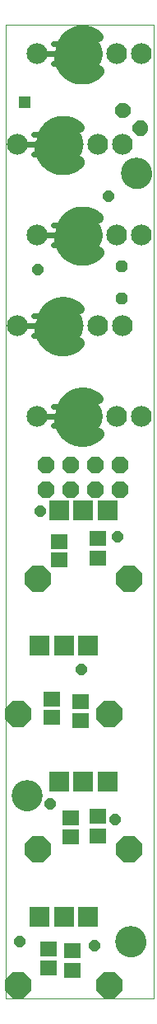
<source format=gbs>
G75*
%MOIN*%
%OFA0B0*%
%FSLAX25Y25*%
%IPPOS*%
%LPD*%
%AMOC8*
5,1,8,0,0,1.08239X$1,22.5*
%
%ADD10C,0.00000*%
%ADD11C,0.12611*%
%ADD12C,0.01200*%
%ADD13R,0.08200X0.08200*%
%ADD14OC8,0.10800*%
%ADD15R,0.06706X0.05918*%
%ADD16C,0.08400*%
%ADD17C,0.02400*%
%ADD18C,0.15761*%
%ADD19C,0.05000*%
%ADD20C,0.04000*%
%ADD21OC8,0.06800*%
%ADD22R,0.07099X0.05918*%
%ADD23R,0.04762X0.04762*%
%ADD24OC8,0.04762*%
%ADD25OC8,0.04369*%
D10*
X0009674Y0017431D02*
X0009674Y0411132D01*
X0069674Y0411132D01*
X0069674Y0017431D01*
X0009674Y0017431D01*
X0012429Y0099321D02*
X0012431Y0099474D01*
X0012437Y0099628D01*
X0012447Y0099781D01*
X0012461Y0099933D01*
X0012479Y0100086D01*
X0012501Y0100237D01*
X0012526Y0100388D01*
X0012556Y0100539D01*
X0012590Y0100689D01*
X0012627Y0100837D01*
X0012668Y0100985D01*
X0012713Y0101131D01*
X0012762Y0101277D01*
X0012815Y0101421D01*
X0012871Y0101563D01*
X0012931Y0101704D01*
X0012995Y0101844D01*
X0013062Y0101982D01*
X0013133Y0102118D01*
X0013208Y0102252D01*
X0013285Y0102384D01*
X0013367Y0102514D01*
X0013451Y0102642D01*
X0013539Y0102768D01*
X0013630Y0102891D01*
X0013724Y0103012D01*
X0013822Y0103130D01*
X0013922Y0103246D01*
X0014026Y0103359D01*
X0014132Y0103470D01*
X0014241Y0103578D01*
X0014353Y0103683D01*
X0014467Y0103784D01*
X0014585Y0103883D01*
X0014704Y0103979D01*
X0014826Y0104072D01*
X0014951Y0104161D01*
X0015078Y0104248D01*
X0015207Y0104330D01*
X0015338Y0104410D01*
X0015471Y0104486D01*
X0015606Y0104559D01*
X0015743Y0104628D01*
X0015882Y0104693D01*
X0016022Y0104755D01*
X0016164Y0104813D01*
X0016307Y0104868D01*
X0016452Y0104919D01*
X0016598Y0104966D01*
X0016745Y0105009D01*
X0016893Y0105048D01*
X0017042Y0105084D01*
X0017192Y0105115D01*
X0017343Y0105143D01*
X0017494Y0105167D01*
X0017647Y0105187D01*
X0017799Y0105203D01*
X0017952Y0105215D01*
X0018105Y0105223D01*
X0018258Y0105227D01*
X0018412Y0105227D01*
X0018565Y0105223D01*
X0018718Y0105215D01*
X0018871Y0105203D01*
X0019023Y0105187D01*
X0019176Y0105167D01*
X0019327Y0105143D01*
X0019478Y0105115D01*
X0019628Y0105084D01*
X0019777Y0105048D01*
X0019925Y0105009D01*
X0020072Y0104966D01*
X0020218Y0104919D01*
X0020363Y0104868D01*
X0020506Y0104813D01*
X0020648Y0104755D01*
X0020788Y0104693D01*
X0020927Y0104628D01*
X0021064Y0104559D01*
X0021199Y0104486D01*
X0021332Y0104410D01*
X0021463Y0104330D01*
X0021592Y0104248D01*
X0021719Y0104161D01*
X0021844Y0104072D01*
X0021966Y0103979D01*
X0022085Y0103883D01*
X0022203Y0103784D01*
X0022317Y0103683D01*
X0022429Y0103578D01*
X0022538Y0103470D01*
X0022644Y0103359D01*
X0022748Y0103246D01*
X0022848Y0103130D01*
X0022946Y0103012D01*
X0023040Y0102891D01*
X0023131Y0102768D01*
X0023219Y0102642D01*
X0023303Y0102514D01*
X0023385Y0102384D01*
X0023462Y0102252D01*
X0023537Y0102118D01*
X0023608Y0101982D01*
X0023675Y0101844D01*
X0023739Y0101704D01*
X0023799Y0101563D01*
X0023855Y0101421D01*
X0023908Y0101277D01*
X0023957Y0101131D01*
X0024002Y0100985D01*
X0024043Y0100837D01*
X0024080Y0100689D01*
X0024114Y0100539D01*
X0024144Y0100388D01*
X0024169Y0100237D01*
X0024191Y0100086D01*
X0024209Y0099933D01*
X0024223Y0099781D01*
X0024233Y0099628D01*
X0024239Y0099474D01*
X0024241Y0099321D01*
X0024239Y0099168D01*
X0024233Y0099014D01*
X0024223Y0098861D01*
X0024209Y0098709D01*
X0024191Y0098556D01*
X0024169Y0098405D01*
X0024144Y0098254D01*
X0024114Y0098103D01*
X0024080Y0097953D01*
X0024043Y0097805D01*
X0024002Y0097657D01*
X0023957Y0097511D01*
X0023908Y0097365D01*
X0023855Y0097221D01*
X0023799Y0097079D01*
X0023739Y0096938D01*
X0023675Y0096798D01*
X0023608Y0096660D01*
X0023537Y0096524D01*
X0023462Y0096390D01*
X0023385Y0096258D01*
X0023303Y0096128D01*
X0023219Y0096000D01*
X0023131Y0095874D01*
X0023040Y0095751D01*
X0022946Y0095630D01*
X0022848Y0095512D01*
X0022748Y0095396D01*
X0022644Y0095283D01*
X0022538Y0095172D01*
X0022429Y0095064D01*
X0022317Y0094959D01*
X0022203Y0094858D01*
X0022085Y0094759D01*
X0021966Y0094663D01*
X0021844Y0094570D01*
X0021719Y0094481D01*
X0021592Y0094394D01*
X0021463Y0094312D01*
X0021332Y0094232D01*
X0021199Y0094156D01*
X0021064Y0094083D01*
X0020927Y0094014D01*
X0020788Y0093949D01*
X0020648Y0093887D01*
X0020506Y0093829D01*
X0020363Y0093774D01*
X0020218Y0093723D01*
X0020072Y0093676D01*
X0019925Y0093633D01*
X0019777Y0093594D01*
X0019628Y0093558D01*
X0019478Y0093527D01*
X0019327Y0093499D01*
X0019176Y0093475D01*
X0019023Y0093455D01*
X0018871Y0093439D01*
X0018718Y0093427D01*
X0018565Y0093419D01*
X0018412Y0093415D01*
X0018258Y0093415D01*
X0018105Y0093419D01*
X0017952Y0093427D01*
X0017799Y0093439D01*
X0017647Y0093455D01*
X0017494Y0093475D01*
X0017343Y0093499D01*
X0017192Y0093527D01*
X0017042Y0093558D01*
X0016893Y0093594D01*
X0016745Y0093633D01*
X0016598Y0093676D01*
X0016452Y0093723D01*
X0016307Y0093774D01*
X0016164Y0093829D01*
X0016022Y0093887D01*
X0015882Y0093949D01*
X0015743Y0094014D01*
X0015606Y0094083D01*
X0015471Y0094156D01*
X0015338Y0094232D01*
X0015207Y0094312D01*
X0015078Y0094394D01*
X0014951Y0094481D01*
X0014826Y0094570D01*
X0014704Y0094663D01*
X0014585Y0094759D01*
X0014467Y0094858D01*
X0014353Y0094959D01*
X0014241Y0095064D01*
X0014132Y0095172D01*
X0014026Y0095283D01*
X0013922Y0095396D01*
X0013822Y0095512D01*
X0013724Y0095630D01*
X0013630Y0095751D01*
X0013539Y0095874D01*
X0013451Y0096000D01*
X0013367Y0096128D01*
X0013285Y0096258D01*
X0013208Y0096390D01*
X0013133Y0096524D01*
X0013062Y0096660D01*
X0012995Y0096798D01*
X0012931Y0096938D01*
X0012871Y0097079D01*
X0012815Y0097221D01*
X0012762Y0097365D01*
X0012713Y0097511D01*
X0012668Y0097657D01*
X0012627Y0097805D01*
X0012590Y0097953D01*
X0012556Y0098103D01*
X0012526Y0098254D01*
X0012501Y0098405D01*
X0012479Y0098556D01*
X0012461Y0098709D01*
X0012447Y0098861D01*
X0012437Y0099014D01*
X0012431Y0099168D01*
X0012429Y0099321D01*
X0033690Y0252864D02*
X0033692Y0253048D01*
X0033699Y0253231D01*
X0033710Y0253414D01*
X0033726Y0253597D01*
X0033746Y0253780D01*
X0033771Y0253962D01*
X0033800Y0254143D01*
X0033834Y0254323D01*
X0033872Y0254503D01*
X0033914Y0254681D01*
X0033961Y0254859D01*
X0034012Y0255035D01*
X0034068Y0255210D01*
X0034127Y0255384D01*
X0034191Y0255556D01*
X0034259Y0255726D01*
X0034332Y0255895D01*
X0034408Y0256062D01*
X0034489Y0256227D01*
X0034573Y0256390D01*
X0034662Y0256551D01*
X0034754Y0256709D01*
X0034850Y0256866D01*
X0034951Y0257020D01*
X0035054Y0257171D01*
X0035162Y0257320D01*
X0035273Y0257466D01*
X0035388Y0257609D01*
X0035506Y0257750D01*
X0035628Y0257887D01*
X0035753Y0258022D01*
X0035881Y0258153D01*
X0036012Y0258281D01*
X0036147Y0258406D01*
X0036284Y0258528D01*
X0036425Y0258646D01*
X0036568Y0258761D01*
X0036714Y0258872D01*
X0036863Y0258980D01*
X0037014Y0259083D01*
X0037168Y0259184D01*
X0037325Y0259280D01*
X0037483Y0259372D01*
X0037644Y0259461D01*
X0037807Y0259545D01*
X0037972Y0259626D01*
X0038139Y0259702D01*
X0038308Y0259775D01*
X0038478Y0259843D01*
X0038650Y0259907D01*
X0038824Y0259966D01*
X0038999Y0260022D01*
X0039175Y0260073D01*
X0039353Y0260120D01*
X0039531Y0260162D01*
X0039711Y0260200D01*
X0039891Y0260234D01*
X0040072Y0260263D01*
X0040254Y0260288D01*
X0040437Y0260308D01*
X0040620Y0260324D01*
X0040803Y0260335D01*
X0040986Y0260342D01*
X0041170Y0260344D01*
X0041354Y0260342D01*
X0041537Y0260335D01*
X0041720Y0260324D01*
X0041903Y0260308D01*
X0042086Y0260288D01*
X0042268Y0260263D01*
X0042449Y0260234D01*
X0042629Y0260200D01*
X0042809Y0260162D01*
X0042987Y0260120D01*
X0043165Y0260073D01*
X0043341Y0260022D01*
X0043516Y0259966D01*
X0043690Y0259907D01*
X0043862Y0259843D01*
X0044032Y0259775D01*
X0044201Y0259702D01*
X0044368Y0259626D01*
X0044533Y0259545D01*
X0044696Y0259461D01*
X0044857Y0259372D01*
X0045015Y0259280D01*
X0045172Y0259184D01*
X0045326Y0259083D01*
X0045477Y0258980D01*
X0045626Y0258872D01*
X0045772Y0258761D01*
X0045915Y0258646D01*
X0046056Y0258528D01*
X0046193Y0258406D01*
X0046328Y0258281D01*
X0046459Y0258153D01*
X0046587Y0258022D01*
X0046712Y0257887D01*
X0046834Y0257750D01*
X0046952Y0257609D01*
X0047067Y0257466D01*
X0047178Y0257320D01*
X0047286Y0257171D01*
X0047389Y0257020D01*
X0047490Y0256866D01*
X0047586Y0256709D01*
X0047678Y0256551D01*
X0047767Y0256390D01*
X0047851Y0256227D01*
X0047932Y0256062D01*
X0048008Y0255895D01*
X0048081Y0255726D01*
X0048149Y0255556D01*
X0048213Y0255384D01*
X0048272Y0255210D01*
X0048328Y0255035D01*
X0048379Y0254859D01*
X0048426Y0254681D01*
X0048468Y0254503D01*
X0048506Y0254323D01*
X0048540Y0254143D01*
X0048569Y0253962D01*
X0048594Y0253780D01*
X0048614Y0253597D01*
X0048630Y0253414D01*
X0048641Y0253231D01*
X0048648Y0253048D01*
X0048650Y0252864D01*
X0048648Y0252680D01*
X0048641Y0252497D01*
X0048630Y0252314D01*
X0048614Y0252131D01*
X0048594Y0251948D01*
X0048569Y0251766D01*
X0048540Y0251585D01*
X0048506Y0251405D01*
X0048468Y0251225D01*
X0048426Y0251047D01*
X0048379Y0250869D01*
X0048328Y0250693D01*
X0048272Y0250518D01*
X0048213Y0250344D01*
X0048149Y0250172D01*
X0048081Y0250002D01*
X0048008Y0249833D01*
X0047932Y0249666D01*
X0047851Y0249501D01*
X0047767Y0249338D01*
X0047678Y0249177D01*
X0047586Y0249019D01*
X0047490Y0248862D01*
X0047389Y0248708D01*
X0047286Y0248557D01*
X0047178Y0248408D01*
X0047067Y0248262D01*
X0046952Y0248119D01*
X0046834Y0247978D01*
X0046712Y0247841D01*
X0046587Y0247706D01*
X0046459Y0247575D01*
X0046328Y0247447D01*
X0046193Y0247322D01*
X0046056Y0247200D01*
X0045915Y0247082D01*
X0045772Y0246967D01*
X0045626Y0246856D01*
X0045477Y0246748D01*
X0045326Y0246645D01*
X0045172Y0246544D01*
X0045015Y0246448D01*
X0044857Y0246356D01*
X0044696Y0246267D01*
X0044533Y0246183D01*
X0044368Y0246102D01*
X0044201Y0246026D01*
X0044032Y0245953D01*
X0043862Y0245885D01*
X0043690Y0245821D01*
X0043516Y0245762D01*
X0043341Y0245706D01*
X0043165Y0245655D01*
X0042987Y0245608D01*
X0042809Y0245566D01*
X0042629Y0245528D01*
X0042449Y0245494D01*
X0042268Y0245465D01*
X0042086Y0245440D01*
X0041903Y0245420D01*
X0041720Y0245404D01*
X0041537Y0245393D01*
X0041354Y0245386D01*
X0041170Y0245384D01*
X0040986Y0245386D01*
X0040803Y0245393D01*
X0040620Y0245404D01*
X0040437Y0245420D01*
X0040254Y0245440D01*
X0040072Y0245465D01*
X0039891Y0245494D01*
X0039711Y0245528D01*
X0039531Y0245566D01*
X0039353Y0245608D01*
X0039175Y0245655D01*
X0038999Y0245706D01*
X0038824Y0245762D01*
X0038650Y0245821D01*
X0038478Y0245885D01*
X0038308Y0245953D01*
X0038139Y0246026D01*
X0037972Y0246102D01*
X0037807Y0246183D01*
X0037644Y0246267D01*
X0037483Y0246356D01*
X0037325Y0246448D01*
X0037168Y0246544D01*
X0037014Y0246645D01*
X0036863Y0246748D01*
X0036714Y0246856D01*
X0036568Y0246967D01*
X0036425Y0247082D01*
X0036284Y0247200D01*
X0036147Y0247322D01*
X0036012Y0247447D01*
X0035881Y0247575D01*
X0035753Y0247706D01*
X0035628Y0247841D01*
X0035506Y0247978D01*
X0035388Y0248119D01*
X0035273Y0248262D01*
X0035162Y0248408D01*
X0035054Y0248557D01*
X0034951Y0248708D01*
X0034850Y0248862D01*
X0034754Y0249019D01*
X0034662Y0249177D01*
X0034573Y0249338D01*
X0034489Y0249501D01*
X0034408Y0249666D01*
X0034332Y0249833D01*
X0034259Y0250002D01*
X0034191Y0250172D01*
X0034127Y0250344D01*
X0034068Y0250518D01*
X0034012Y0250693D01*
X0033961Y0250869D01*
X0033914Y0251047D01*
X0033872Y0251225D01*
X0033834Y0251405D01*
X0033800Y0251585D01*
X0033771Y0251766D01*
X0033746Y0251948D01*
X0033726Y0252131D01*
X0033710Y0252314D01*
X0033699Y0252497D01*
X0033692Y0252680D01*
X0033690Y0252864D01*
X0025816Y0289478D02*
X0025818Y0289662D01*
X0025825Y0289845D01*
X0025836Y0290028D01*
X0025852Y0290211D01*
X0025872Y0290394D01*
X0025897Y0290576D01*
X0025926Y0290757D01*
X0025960Y0290937D01*
X0025998Y0291117D01*
X0026040Y0291295D01*
X0026087Y0291473D01*
X0026138Y0291649D01*
X0026194Y0291824D01*
X0026253Y0291998D01*
X0026317Y0292170D01*
X0026385Y0292340D01*
X0026458Y0292509D01*
X0026534Y0292676D01*
X0026615Y0292841D01*
X0026699Y0293004D01*
X0026788Y0293165D01*
X0026880Y0293323D01*
X0026976Y0293480D01*
X0027077Y0293634D01*
X0027180Y0293785D01*
X0027288Y0293934D01*
X0027399Y0294080D01*
X0027514Y0294223D01*
X0027632Y0294364D01*
X0027754Y0294501D01*
X0027879Y0294636D01*
X0028007Y0294767D01*
X0028138Y0294895D01*
X0028273Y0295020D01*
X0028410Y0295142D01*
X0028551Y0295260D01*
X0028694Y0295375D01*
X0028840Y0295486D01*
X0028989Y0295594D01*
X0029140Y0295697D01*
X0029294Y0295798D01*
X0029451Y0295894D01*
X0029609Y0295986D01*
X0029770Y0296075D01*
X0029933Y0296159D01*
X0030098Y0296240D01*
X0030265Y0296316D01*
X0030434Y0296389D01*
X0030604Y0296457D01*
X0030776Y0296521D01*
X0030950Y0296580D01*
X0031125Y0296636D01*
X0031301Y0296687D01*
X0031479Y0296734D01*
X0031657Y0296776D01*
X0031837Y0296814D01*
X0032017Y0296848D01*
X0032198Y0296877D01*
X0032380Y0296902D01*
X0032563Y0296922D01*
X0032746Y0296938D01*
X0032929Y0296949D01*
X0033112Y0296956D01*
X0033296Y0296958D01*
X0033480Y0296956D01*
X0033663Y0296949D01*
X0033846Y0296938D01*
X0034029Y0296922D01*
X0034212Y0296902D01*
X0034394Y0296877D01*
X0034575Y0296848D01*
X0034755Y0296814D01*
X0034935Y0296776D01*
X0035113Y0296734D01*
X0035291Y0296687D01*
X0035467Y0296636D01*
X0035642Y0296580D01*
X0035816Y0296521D01*
X0035988Y0296457D01*
X0036158Y0296389D01*
X0036327Y0296316D01*
X0036494Y0296240D01*
X0036659Y0296159D01*
X0036822Y0296075D01*
X0036983Y0295986D01*
X0037141Y0295894D01*
X0037298Y0295798D01*
X0037452Y0295697D01*
X0037603Y0295594D01*
X0037752Y0295486D01*
X0037898Y0295375D01*
X0038041Y0295260D01*
X0038182Y0295142D01*
X0038319Y0295020D01*
X0038454Y0294895D01*
X0038585Y0294767D01*
X0038713Y0294636D01*
X0038838Y0294501D01*
X0038960Y0294364D01*
X0039078Y0294223D01*
X0039193Y0294080D01*
X0039304Y0293934D01*
X0039412Y0293785D01*
X0039515Y0293634D01*
X0039616Y0293480D01*
X0039712Y0293323D01*
X0039804Y0293165D01*
X0039893Y0293004D01*
X0039977Y0292841D01*
X0040058Y0292676D01*
X0040134Y0292509D01*
X0040207Y0292340D01*
X0040275Y0292170D01*
X0040339Y0291998D01*
X0040398Y0291824D01*
X0040454Y0291649D01*
X0040505Y0291473D01*
X0040552Y0291295D01*
X0040594Y0291117D01*
X0040632Y0290937D01*
X0040666Y0290757D01*
X0040695Y0290576D01*
X0040720Y0290394D01*
X0040740Y0290211D01*
X0040756Y0290028D01*
X0040767Y0289845D01*
X0040774Y0289662D01*
X0040776Y0289478D01*
X0040774Y0289294D01*
X0040767Y0289111D01*
X0040756Y0288928D01*
X0040740Y0288745D01*
X0040720Y0288562D01*
X0040695Y0288380D01*
X0040666Y0288199D01*
X0040632Y0288019D01*
X0040594Y0287839D01*
X0040552Y0287661D01*
X0040505Y0287483D01*
X0040454Y0287307D01*
X0040398Y0287132D01*
X0040339Y0286958D01*
X0040275Y0286786D01*
X0040207Y0286616D01*
X0040134Y0286447D01*
X0040058Y0286280D01*
X0039977Y0286115D01*
X0039893Y0285952D01*
X0039804Y0285791D01*
X0039712Y0285633D01*
X0039616Y0285476D01*
X0039515Y0285322D01*
X0039412Y0285171D01*
X0039304Y0285022D01*
X0039193Y0284876D01*
X0039078Y0284733D01*
X0038960Y0284592D01*
X0038838Y0284455D01*
X0038713Y0284320D01*
X0038585Y0284189D01*
X0038454Y0284061D01*
X0038319Y0283936D01*
X0038182Y0283814D01*
X0038041Y0283696D01*
X0037898Y0283581D01*
X0037752Y0283470D01*
X0037603Y0283362D01*
X0037452Y0283259D01*
X0037298Y0283158D01*
X0037141Y0283062D01*
X0036983Y0282970D01*
X0036822Y0282881D01*
X0036659Y0282797D01*
X0036494Y0282716D01*
X0036327Y0282640D01*
X0036158Y0282567D01*
X0035988Y0282499D01*
X0035816Y0282435D01*
X0035642Y0282376D01*
X0035467Y0282320D01*
X0035291Y0282269D01*
X0035113Y0282222D01*
X0034935Y0282180D01*
X0034755Y0282142D01*
X0034575Y0282108D01*
X0034394Y0282079D01*
X0034212Y0282054D01*
X0034029Y0282034D01*
X0033846Y0282018D01*
X0033663Y0282007D01*
X0033480Y0282000D01*
X0033296Y0281998D01*
X0033112Y0282000D01*
X0032929Y0282007D01*
X0032746Y0282018D01*
X0032563Y0282034D01*
X0032380Y0282054D01*
X0032198Y0282079D01*
X0032017Y0282108D01*
X0031837Y0282142D01*
X0031657Y0282180D01*
X0031479Y0282222D01*
X0031301Y0282269D01*
X0031125Y0282320D01*
X0030950Y0282376D01*
X0030776Y0282435D01*
X0030604Y0282499D01*
X0030434Y0282567D01*
X0030265Y0282640D01*
X0030098Y0282716D01*
X0029933Y0282797D01*
X0029770Y0282881D01*
X0029609Y0282970D01*
X0029451Y0283062D01*
X0029294Y0283158D01*
X0029140Y0283259D01*
X0028989Y0283362D01*
X0028840Y0283470D01*
X0028694Y0283581D01*
X0028551Y0283696D01*
X0028410Y0283814D01*
X0028273Y0283936D01*
X0028138Y0284061D01*
X0028007Y0284189D01*
X0027879Y0284320D01*
X0027754Y0284455D01*
X0027632Y0284592D01*
X0027514Y0284733D01*
X0027399Y0284876D01*
X0027288Y0285022D01*
X0027180Y0285171D01*
X0027077Y0285322D01*
X0026976Y0285476D01*
X0026880Y0285633D01*
X0026788Y0285791D01*
X0026699Y0285952D01*
X0026615Y0286115D01*
X0026534Y0286280D01*
X0026458Y0286447D01*
X0026385Y0286616D01*
X0026317Y0286786D01*
X0026253Y0286958D01*
X0026194Y0287132D01*
X0026138Y0287307D01*
X0026087Y0287483D01*
X0026040Y0287661D01*
X0025998Y0287839D01*
X0025960Y0288019D01*
X0025926Y0288199D01*
X0025897Y0288380D01*
X0025872Y0288562D01*
X0025852Y0288745D01*
X0025836Y0288928D01*
X0025825Y0289111D01*
X0025818Y0289294D01*
X0025816Y0289478D01*
X0025816Y0362707D02*
X0025818Y0362891D01*
X0025825Y0363074D01*
X0025836Y0363257D01*
X0025852Y0363440D01*
X0025872Y0363623D01*
X0025897Y0363805D01*
X0025926Y0363986D01*
X0025960Y0364166D01*
X0025998Y0364346D01*
X0026040Y0364524D01*
X0026087Y0364702D01*
X0026138Y0364878D01*
X0026194Y0365053D01*
X0026253Y0365227D01*
X0026317Y0365399D01*
X0026385Y0365569D01*
X0026458Y0365738D01*
X0026534Y0365905D01*
X0026615Y0366070D01*
X0026699Y0366233D01*
X0026788Y0366394D01*
X0026880Y0366552D01*
X0026976Y0366709D01*
X0027077Y0366863D01*
X0027180Y0367014D01*
X0027288Y0367163D01*
X0027399Y0367309D01*
X0027514Y0367452D01*
X0027632Y0367593D01*
X0027754Y0367730D01*
X0027879Y0367865D01*
X0028007Y0367996D01*
X0028138Y0368124D01*
X0028273Y0368249D01*
X0028410Y0368371D01*
X0028551Y0368489D01*
X0028694Y0368604D01*
X0028840Y0368715D01*
X0028989Y0368823D01*
X0029140Y0368926D01*
X0029294Y0369027D01*
X0029451Y0369123D01*
X0029609Y0369215D01*
X0029770Y0369304D01*
X0029933Y0369388D01*
X0030098Y0369469D01*
X0030265Y0369545D01*
X0030434Y0369618D01*
X0030604Y0369686D01*
X0030776Y0369750D01*
X0030950Y0369809D01*
X0031125Y0369865D01*
X0031301Y0369916D01*
X0031479Y0369963D01*
X0031657Y0370005D01*
X0031837Y0370043D01*
X0032017Y0370077D01*
X0032198Y0370106D01*
X0032380Y0370131D01*
X0032563Y0370151D01*
X0032746Y0370167D01*
X0032929Y0370178D01*
X0033112Y0370185D01*
X0033296Y0370187D01*
X0033480Y0370185D01*
X0033663Y0370178D01*
X0033846Y0370167D01*
X0034029Y0370151D01*
X0034212Y0370131D01*
X0034394Y0370106D01*
X0034575Y0370077D01*
X0034755Y0370043D01*
X0034935Y0370005D01*
X0035113Y0369963D01*
X0035291Y0369916D01*
X0035467Y0369865D01*
X0035642Y0369809D01*
X0035816Y0369750D01*
X0035988Y0369686D01*
X0036158Y0369618D01*
X0036327Y0369545D01*
X0036494Y0369469D01*
X0036659Y0369388D01*
X0036822Y0369304D01*
X0036983Y0369215D01*
X0037141Y0369123D01*
X0037298Y0369027D01*
X0037452Y0368926D01*
X0037603Y0368823D01*
X0037752Y0368715D01*
X0037898Y0368604D01*
X0038041Y0368489D01*
X0038182Y0368371D01*
X0038319Y0368249D01*
X0038454Y0368124D01*
X0038585Y0367996D01*
X0038713Y0367865D01*
X0038838Y0367730D01*
X0038960Y0367593D01*
X0039078Y0367452D01*
X0039193Y0367309D01*
X0039304Y0367163D01*
X0039412Y0367014D01*
X0039515Y0366863D01*
X0039616Y0366709D01*
X0039712Y0366552D01*
X0039804Y0366394D01*
X0039893Y0366233D01*
X0039977Y0366070D01*
X0040058Y0365905D01*
X0040134Y0365738D01*
X0040207Y0365569D01*
X0040275Y0365399D01*
X0040339Y0365227D01*
X0040398Y0365053D01*
X0040454Y0364878D01*
X0040505Y0364702D01*
X0040552Y0364524D01*
X0040594Y0364346D01*
X0040632Y0364166D01*
X0040666Y0363986D01*
X0040695Y0363805D01*
X0040720Y0363623D01*
X0040740Y0363440D01*
X0040756Y0363257D01*
X0040767Y0363074D01*
X0040774Y0362891D01*
X0040776Y0362707D01*
X0040774Y0362523D01*
X0040767Y0362340D01*
X0040756Y0362157D01*
X0040740Y0361974D01*
X0040720Y0361791D01*
X0040695Y0361609D01*
X0040666Y0361428D01*
X0040632Y0361248D01*
X0040594Y0361068D01*
X0040552Y0360890D01*
X0040505Y0360712D01*
X0040454Y0360536D01*
X0040398Y0360361D01*
X0040339Y0360187D01*
X0040275Y0360015D01*
X0040207Y0359845D01*
X0040134Y0359676D01*
X0040058Y0359509D01*
X0039977Y0359344D01*
X0039893Y0359181D01*
X0039804Y0359020D01*
X0039712Y0358862D01*
X0039616Y0358705D01*
X0039515Y0358551D01*
X0039412Y0358400D01*
X0039304Y0358251D01*
X0039193Y0358105D01*
X0039078Y0357962D01*
X0038960Y0357821D01*
X0038838Y0357684D01*
X0038713Y0357549D01*
X0038585Y0357418D01*
X0038454Y0357290D01*
X0038319Y0357165D01*
X0038182Y0357043D01*
X0038041Y0356925D01*
X0037898Y0356810D01*
X0037752Y0356699D01*
X0037603Y0356591D01*
X0037452Y0356488D01*
X0037298Y0356387D01*
X0037141Y0356291D01*
X0036983Y0356199D01*
X0036822Y0356110D01*
X0036659Y0356026D01*
X0036494Y0355945D01*
X0036327Y0355869D01*
X0036158Y0355796D01*
X0035988Y0355728D01*
X0035816Y0355664D01*
X0035642Y0355605D01*
X0035467Y0355549D01*
X0035291Y0355498D01*
X0035113Y0355451D01*
X0034935Y0355409D01*
X0034755Y0355371D01*
X0034575Y0355337D01*
X0034394Y0355308D01*
X0034212Y0355283D01*
X0034029Y0355263D01*
X0033846Y0355247D01*
X0033663Y0355236D01*
X0033480Y0355229D01*
X0033296Y0355227D01*
X0033112Y0355229D01*
X0032929Y0355236D01*
X0032746Y0355247D01*
X0032563Y0355263D01*
X0032380Y0355283D01*
X0032198Y0355308D01*
X0032017Y0355337D01*
X0031837Y0355371D01*
X0031657Y0355409D01*
X0031479Y0355451D01*
X0031301Y0355498D01*
X0031125Y0355549D01*
X0030950Y0355605D01*
X0030776Y0355664D01*
X0030604Y0355728D01*
X0030434Y0355796D01*
X0030265Y0355869D01*
X0030098Y0355945D01*
X0029933Y0356026D01*
X0029770Y0356110D01*
X0029609Y0356199D01*
X0029451Y0356291D01*
X0029294Y0356387D01*
X0029140Y0356488D01*
X0028989Y0356591D01*
X0028840Y0356699D01*
X0028694Y0356810D01*
X0028551Y0356925D01*
X0028410Y0357043D01*
X0028273Y0357165D01*
X0028138Y0357290D01*
X0028007Y0357418D01*
X0027879Y0357549D01*
X0027754Y0357684D01*
X0027632Y0357821D01*
X0027514Y0357962D01*
X0027399Y0358105D01*
X0027288Y0358251D01*
X0027180Y0358400D01*
X0027077Y0358551D01*
X0026976Y0358705D01*
X0026880Y0358862D01*
X0026788Y0359020D01*
X0026699Y0359181D01*
X0026615Y0359344D01*
X0026534Y0359509D01*
X0026458Y0359676D01*
X0026385Y0359845D01*
X0026317Y0360015D01*
X0026253Y0360187D01*
X0026194Y0360361D01*
X0026138Y0360536D01*
X0026087Y0360712D01*
X0026040Y0360890D01*
X0025998Y0361068D01*
X0025960Y0361248D01*
X0025926Y0361428D01*
X0025897Y0361609D01*
X0025872Y0361791D01*
X0025852Y0361974D01*
X0025836Y0362157D01*
X0025825Y0362340D01*
X0025818Y0362523D01*
X0025816Y0362707D01*
X0033690Y0399321D02*
X0033692Y0399505D01*
X0033699Y0399688D01*
X0033710Y0399871D01*
X0033726Y0400054D01*
X0033746Y0400237D01*
X0033771Y0400419D01*
X0033800Y0400600D01*
X0033834Y0400780D01*
X0033872Y0400960D01*
X0033914Y0401138D01*
X0033961Y0401316D01*
X0034012Y0401492D01*
X0034068Y0401667D01*
X0034127Y0401841D01*
X0034191Y0402013D01*
X0034259Y0402183D01*
X0034332Y0402352D01*
X0034408Y0402519D01*
X0034489Y0402684D01*
X0034573Y0402847D01*
X0034662Y0403008D01*
X0034754Y0403166D01*
X0034850Y0403323D01*
X0034951Y0403477D01*
X0035054Y0403628D01*
X0035162Y0403777D01*
X0035273Y0403923D01*
X0035388Y0404066D01*
X0035506Y0404207D01*
X0035628Y0404344D01*
X0035753Y0404479D01*
X0035881Y0404610D01*
X0036012Y0404738D01*
X0036147Y0404863D01*
X0036284Y0404985D01*
X0036425Y0405103D01*
X0036568Y0405218D01*
X0036714Y0405329D01*
X0036863Y0405437D01*
X0037014Y0405540D01*
X0037168Y0405641D01*
X0037325Y0405737D01*
X0037483Y0405829D01*
X0037644Y0405918D01*
X0037807Y0406002D01*
X0037972Y0406083D01*
X0038139Y0406159D01*
X0038308Y0406232D01*
X0038478Y0406300D01*
X0038650Y0406364D01*
X0038824Y0406423D01*
X0038999Y0406479D01*
X0039175Y0406530D01*
X0039353Y0406577D01*
X0039531Y0406619D01*
X0039711Y0406657D01*
X0039891Y0406691D01*
X0040072Y0406720D01*
X0040254Y0406745D01*
X0040437Y0406765D01*
X0040620Y0406781D01*
X0040803Y0406792D01*
X0040986Y0406799D01*
X0041170Y0406801D01*
X0041354Y0406799D01*
X0041537Y0406792D01*
X0041720Y0406781D01*
X0041903Y0406765D01*
X0042086Y0406745D01*
X0042268Y0406720D01*
X0042449Y0406691D01*
X0042629Y0406657D01*
X0042809Y0406619D01*
X0042987Y0406577D01*
X0043165Y0406530D01*
X0043341Y0406479D01*
X0043516Y0406423D01*
X0043690Y0406364D01*
X0043862Y0406300D01*
X0044032Y0406232D01*
X0044201Y0406159D01*
X0044368Y0406083D01*
X0044533Y0406002D01*
X0044696Y0405918D01*
X0044857Y0405829D01*
X0045015Y0405737D01*
X0045172Y0405641D01*
X0045326Y0405540D01*
X0045477Y0405437D01*
X0045626Y0405329D01*
X0045772Y0405218D01*
X0045915Y0405103D01*
X0046056Y0404985D01*
X0046193Y0404863D01*
X0046328Y0404738D01*
X0046459Y0404610D01*
X0046587Y0404479D01*
X0046712Y0404344D01*
X0046834Y0404207D01*
X0046952Y0404066D01*
X0047067Y0403923D01*
X0047178Y0403777D01*
X0047286Y0403628D01*
X0047389Y0403477D01*
X0047490Y0403323D01*
X0047586Y0403166D01*
X0047678Y0403008D01*
X0047767Y0402847D01*
X0047851Y0402684D01*
X0047932Y0402519D01*
X0048008Y0402352D01*
X0048081Y0402183D01*
X0048149Y0402013D01*
X0048213Y0401841D01*
X0048272Y0401667D01*
X0048328Y0401492D01*
X0048379Y0401316D01*
X0048426Y0401138D01*
X0048468Y0400960D01*
X0048506Y0400780D01*
X0048540Y0400600D01*
X0048569Y0400419D01*
X0048594Y0400237D01*
X0048614Y0400054D01*
X0048630Y0399871D01*
X0048641Y0399688D01*
X0048648Y0399505D01*
X0048650Y0399321D01*
X0048648Y0399137D01*
X0048641Y0398954D01*
X0048630Y0398771D01*
X0048614Y0398588D01*
X0048594Y0398405D01*
X0048569Y0398223D01*
X0048540Y0398042D01*
X0048506Y0397862D01*
X0048468Y0397682D01*
X0048426Y0397504D01*
X0048379Y0397326D01*
X0048328Y0397150D01*
X0048272Y0396975D01*
X0048213Y0396801D01*
X0048149Y0396629D01*
X0048081Y0396459D01*
X0048008Y0396290D01*
X0047932Y0396123D01*
X0047851Y0395958D01*
X0047767Y0395795D01*
X0047678Y0395634D01*
X0047586Y0395476D01*
X0047490Y0395319D01*
X0047389Y0395165D01*
X0047286Y0395014D01*
X0047178Y0394865D01*
X0047067Y0394719D01*
X0046952Y0394576D01*
X0046834Y0394435D01*
X0046712Y0394298D01*
X0046587Y0394163D01*
X0046459Y0394032D01*
X0046328Y0393904D01*
X0046193Y0393779D01*
X0046056Y0393657D01*
X0045915Y0393539D01*
X0045772Y0393424D01*
X0045626Y0393313D01*
X0045477Y0393205D01*
X0045326Y0393102D01*
X0045172Y0393001D01*
X0045015Y0392905D01*
X0044857Y0392813D01*
X0044696Y0392724D01*
X0044533Y0392640D01*
X0044368Y0392559D01*
X0044201Y0392483D01*
X0044032Y0392410D01*
X0043862Y0392342D01*
X0043690Y0392278D01*
X0043516Y0392219D01*
X0043341Y0392163D01*
X0043165Y0392112D01*
X0042987Y0392065D01*
X0042809Y0392023D01*
X0042629Y0391985D01*
X0042449Y0391951D01*
X0042268Y0391922D01*
X0042086Y0391897D01*
X0041903Y0391877D01*
X0041720Y0391861D01*
X0041537Y0391850D01*
X0041354Y0391843D01*
X0041170Y0391841D01*
X0040986Y0391843D01*
X0040803Y0391850D01*
X0040620Y0391861D01*
X0040437Y0391877D01*
X0040254Y0391897D01*
X0040072Y0391922D01*
X0039891Y0391951D01*
X0039711Y0391985D01*
X0039531Y0392023D01*
X0039353Y0392065D01*
X0039175Y0392112D01*
X0038999Y0392163D01*
X0038824Y0392219D01*
X0038650Y0392278D01*
X0038478Y0392342D01*
X0038308Y0392410D01*
X0038139Y0392483D01*
X0037972Y0392559D01*
X0037807Y0392640D01*
X0037644Y0392724D01*
X0037483Y0392813D01*
X0037325Y0392905D01*
X0037168Y0393001D01*
X0037014Y0393102D01*
X0036863Y0393205D01*
X0036714Y0393313D01*
X0036568Y0393424D01*
X0036425Y0393539D01*
X0036284Y0393657D01*
X0036147Y0393779D01*
X0036012Y0393904D01*
X0035881Y0394032D01*
X0035753Y0394163D01*
X0035628Y0394298D01*
X0035506Y0394435D01*
X0035388Y0394576D01*
X0035273Y0394719D01*
X0035162Y0394865D01*
X0035054Y0395014D01*
X0034951Y0395165D01*
X0034850Y0395319D01*
X0034754Y0395476D01*
X0034662Y0395634D01*
X0034573Y0395795D01*
X0034489Y0395958D01*
X0034408Y0396123D01*
X0034332Y0396290D01*
X0034259Y0396459D01*
X0034191Y0396629D01*
X0034127Y0396801D01*
X0034068Y0396975D01*
X0034012Y0397150D01*
X0033961Y0397326D01*
X0033914Y0397504D01*
X0033872Y0397682D01*
X0033834Y0397862D01*
X0033800Y0398042D01*
X0033771Y0398223D01*
X0033746Y0398405D01*
X0033726Y0398588D01*
X0033710Y0398771D01*
X0033699Y0398954D01*
X0033692Y0399137D01*
X0033690Y0399321D01*
X0033690Y0326093D02*
X0033692Y0326277D01*
X0033699Y0326460D01*
X0033710Y0326643D01*
X0033726Y0326826D01*
X0033746Y0327009D01*
X0033771Y0327191D01*
X0033800Y0327372D01*
X0033834Y0327552D01*
X0033872Y0327732D01*
X0033914Y0327910D01*
X0033961Y0328088D01*
X0034012Y0328264D01*
X0034068Y0328439D01*
X0034127Y0328613D01*
X0034191Y0328785D01*
X0034259Y0328955D01*
X0034332Y0329124D01*
X0034408Y0329291D01*
X0034489Y0329456D01*
X0034573Y0329619D01*
X0034662Y0329780D01*
X0034754Y0329938D01*
X0034850Y0330095D01*
X0034951Y0330249D01*
X0035054Y0330400D01*
X0035162Y0330549D01*
X0035273Y0330695D01*
X0035388Y0330838D01*
X0035506Y0330979D01*
X0035628Y0331116D01*
X0035753Y0331251D01*
X0035881Y0331382D01*
X0036012Y0331510D01*
X0036147Y0331635D01*
X0036284Y0331757D01*
X0036425Y0331875D01*
X0036568Y0331990D01*
X0036714Y0332101D01*
X0036863Y0332209D01*
X0037014Y0332312D01*
X0037168Y0332413D01*
X0037325Y0332509D01*
X0037483Y0332601D01*
X0037644Y0332690D01*
X0037807Y0332774D01*
X0037972Y0332855D01*
X0038139Y0332931D01*
X0038308Y0333004D01*
X0038478Y0333072D01*
X0038650Y0333136D01*
X0038824Y0333195D01*
X0038999Y0333251D01*
X0039175Y0333302D01*
X0039353Y0333349D01*
X0039531Y0333391D01*
X0039711Y0333429D01*
X0039891Y0333463D01*
X0040072Y0333492D01*
X0040254Y0333517D01*
X0040437Y0333537D01*
X0040620Y0333553D01*
X0040803Y0333564D01*
X0040986Y0333571D01*
X0041170Y0333573D01*
X0041354Y0333571D01*
X0041537Y0333564D01*
X0041720Y0333553D01*
X0041903Y0333537D01*
X0042086Y0333517D01*
X0042268Y0333492D01*
X0042449Y0333463D01*
X0042629Y0333429D01*
X0042809Y0333391D01*
X0042987Y0333349D01*
X0043165Y0333302D01*
X0043341Y0333251D01*
X0043516Y0333195D01*
X0043690Y0333136D01*
X0043862Y0333072D01*
X0044032Y0333004D01*
X0044201Y0332931D01*
X0044368Y0332855D01*
X0044533Y0332774D01*
X0044696Y0332690D01*
X0044857Y0332601D01*
X0045015Y0332509D01*
X0045172Y0332413D01*
X0045326Y0332312D01*
X0045477Y0332209D01*
X0045626Y0332101D01*
X0045772Y0331990D01*
X0045915Y0331875D01*
X0046056Y0331757D01*
X0046193Y0331635D01*
X0046328Y0331510D01*
X0046459Y0331382D01*
X0046587Y0331251D01*
X0046712Y0331116D01*
X0046834Y0330979D01*
X0046952Y0330838D01*
X0047067Y0330695D01*
X0047178Y0330549D01*
X0047286Y0330400D01*
X0047389Y0330249D01*
X0047490Y0330095D01*
X0047586Y0329938D01*
X0047678Y0329780D01*
X0047767Y0329619D01*
X0047851Y0329456D01*
X0047932Y0329291D01*
X0048008Y0329124D01*
X0048081Y0328955D01*
X0048149Y0328785D01*
X0048213Y0328613D01*
X0048272Y0328439D01*
X0048328Y0328264D01*
X0048379Y0328088D01*
X0048426Y0327910D01*
X0048468Y0327732D01*
X0048506Y0327552D01*
X0048540Y0327372D01*
X0048569Y0327191D01*
X0048594Y0327009D01*
X0048614Y0326826D01*
X0048630Y0326643D01*
X0048641Y0326460D01*
X0048648Y0326277D01*
X0048650Y0326093D01*
X0048648Y0325909D01*
X0048641Y0325726D01*
X0048630Y0325543D01*
X0048614Y0325360D01*
X0048594Y0325177D01*
X0048569Y0324995D01*
X0048540Y0324814D01*
X0048506Y0324634D01*
X0048468Y0324454D01*
X0048426Y0324276D01*
X0048379Y0324098D01*
X0048328Y0323922D01*
X0048272Y0323747D01*
X0048213Y0323573D01*
X0048149Y0323401D01*
X0048081Y0323231D01*
X0048008Y0323062D01*
X0047932Y0322895D01*
X0047851Y0322730D01*
X0047767Y0322567D01*
X0047678Y0322406D01*
X0047586Y0322248D01*
X0047490Y0322091D01*
X0047389Y0321937D01*
X0047286Y0321786D01*
X0047178Y0321637D01*
X0047067Y0321491D01*
X0046952Y0321348D01*
X0046834Y0321207D01*
X0046712Y0321070D01*
X0046587Y0320935D01*
X0046459Y0320804D01*
X0046328Y0320676D01*
X0046193Y0320551D01*
X0046056Y0320429D01*
X0045915Y0320311D01*
X0045772Y0320196D01*
X0045626Y0320085D01*
X0045477Y0319977D01*
X0045326Y0319874D01*
X0045172Y0319773D01*
X0045015Y0319677D01*
X0044857Y0319585D01*
X0044696Y0319496D01*
X0044533Y0319412D01*
X0044368Y0319331D01*
X0044201Y0319255D01*
X0044032Y0319182D01*
X0043862Y0319114D01*
X0043690Y0319050D01*
X0043516Y0318991D01*
X0043341Y0318935D01*
X0043165Y0318884D01*
X0042987Y0318837D01*
X0042809Y0318795D01*
X0042629Y0318757D01*
X0042449Y0318723D01*
X0042268Y0318694D01*
X0042086Y0318669D01*
X0041903Y0318649D01*
X0041720Y0318633D01*
X0041537Y0318622D01*
X0041354Y0318615D01*
X0041170Y0318613D01*
X0040986Y0318615D01*
X0040803Y0318622D01*
X0040620Y0318633D01*
X0040437Y0318649D01*
X0040254Y0318669D01*
X0040072Y0318694D01*
X0039891Y0318723D01*
X0039711Y0318757D01*
X0039531Y0318795D01*
X0039353Y0318837D01*
X0039175Y0318884D01*
X0038999Y0318935D01*
X0038824Y0318991D01*
X0038650Y0319050D01*
X0038478Y0319114D01*
X0038308Y0319182D01*
X0038139Y0319255D01*
X0037972Y0319331D01*
X0037807Y0319412D01*
X0037644Y0319496D01*
X0037483Y0319585D01*
X0037325Y0319677D01*
X0037168Y0319773D01*
X0037014Y0319874D01*
X0036863Y0319977D01*
X0036714Y0320085D01*
X0036568Y0320196D01*
X0036425Y0320311D01*
X0036284Y0320429D01*
X0036147Y0320551D01*
X0036012Y0320676D01*
X0035881Y0320804D01*
X0035753Y0320935D01*
X0035628Y0321070D01*
X0035506Y0321207D01*
X0035388Y0321348D01*
X0035273Y0321491D01*
X0035162Y0321637D01*
X0035054Y0321786D01*
X0034951Y0321937D01*
X0034850Y0322091D01*
X0034754Y0322248D01*
X0034662Y0322406D01*
X0034573Y0322567D01*
X0034489Y0322730D01*
X0034408Y0322895D01*
X0034332Y0323062D01*
X0034259Y0323231D01*
X0034191Y0323401D01*
X0034127Y0323573D01*
X0034068Y0323747D01*
X0034012Y0323922D01*
X0033961Y0324098D01*
X0033914Y0324276D01*
X0033872Y0324454D01*
X0033834Y0324634D01*
X0033800Y0324814D01*
X0033771Y0324995D01*
X0033746Y0325177D01*
X0033726Y0325360D01*
X0033710Y0325543D01*
X0033699Y0325726D01*
X0033692Y0325909D01*
X0033690Y0326093D01*
X0056918Y0350896D02*
X0056920Y0351049D01*
X0056926Y0351203D01*
X0056936Y0351356D01*
X0056950Y0351508D01*
X0056968Y0351661D01*
X0056990Y0351812D01*
X0057015Y0351963D01*
X0057045Y0352114D01*
X0057079Y0352264D01*
X0057116Y0352412D01*
X0057157Y0352560D01*
X0057202Y0352706D01*
X0057251Y0352852D01*
X0057304Y0352996D01*
X0057360Y0353138D01*
X0057420Y0353279D01*
X0057484Y0353419D01*
X0057551Y0353557D01*
X0057622Y0353693D01*
X0057697Y0353827D01*
X0057774Y0353959D01*
X0057856Y0354089D01*
X0057940Y0354217D01*
X0058028Y0354343D01*
X0058119Y0354466D01*
X0058213Y0354587D01*
X0058311Y0354705D01*
X0058411Y0354821D01*
X0058515Y0354934D01*
X0058621Y0355045D01*
X0058730Y0355153D01*
X0058842Y0355258D01*
X0058956Y0355359D01*
X0059074Y0355458D01*
X0059193Y0355554D01*
X0059315Y0355647D01*
X0059440Y0355736D01*
X0059567Y0355823D01*
X0059696Y0355905D01*
X0059827Y0355985D01*
X0059960Y0356061D01*
X0060095Y0356134D01*
X0060232Y0356203D01*
X0060371Y0356268D01*
X0060511Y0356330D01*
X0060653Y0356388D01*
X0060796Y0356443D01*
X0060941Y0356494D01*
X0061087Y0356541D01*
X0061234Y0356584D01*
X0061382Y0356623D01*
X0061531Y0356659D01*
X0061681Y0356690D01*
X0061832Y0356718D01*
X0061983Y0356742D01*
X0062136Y0356762D01*
X0062288Y0356778D01*
X0062441Y0356790D01*
X0062594Y0356798D01*
X0062747Y0356802D01*
X0062901Y0356802D01*
X0063054Y0356798D01*
X0063207Y0356790D01*
X0063360Y0356778D01*
X0063512Y0356762D01*
X0063665Y0356742D01*
X0063816Y0356718D01*
X0063967Y0356690D01*
X0064117Y0356659D01*
X0064266Y0356623D01*
X0064414Y0356584D01*
X0064561Y0356541D01*
X0064707Y0356494D01*
X0064852Y0356443D01*
X0064995Y0356388D01*
X0065137Y0356330D01*
X0065277Y0356268D01*
X0065416Y0356203D01*
X0065553Y0356134D01*
X0065688Y0356061D01*
X0065821Y0355985D01*
X0065952Y0355905D01*
X0066081Y0355823D01*
X0066208Y0355736D01*
X0066333Y0355647D01*
X0066455Y0355554D01*
X0066574Y0355458D01*
X0066692Y0355359D01*
X0066806Y0355258D01*
X0066918Y0355153D01*
X0067027Y0355045D01*
X0067133Y0354934D01*
X0067237Y0354821D01*
X0067337Y0354705D01*
X0067435Y0354587D01*
X0067529Y0354466D01*
X0067620Y0354343D01*
X0067708Y0354217D01*
X0067792Y0354089D01*
X0067874Y0353959D01*
X0067951Y0353827D01*
X0068026Y0353693D01*
X0068097Y0353557D01*
X0068164Y0353419D01*
X0068228Y0353279D01*
X0068288Y0353138D01*
X0068344Y0352996D01*
X0068397Y0352852D01*
X0068446Y0352706D01*
X0068491Y0352560D01*
X0068532Y0352412D01*
X0068569Y0352264D01*
X0068603Y0352114D01*
X0068633Y0351963D01*
X0068658Y0351812D01*
X0068680Y0351661D01*
X0068698Y0351508D01*
X0068712Y0351356D01*
X0068722Y0351203D01*
X0068728Y0351049D01*
X0068730Y0350896D01*
X0068728Y0350743D01*
X0068722Y0350589D01*
X0068712Y0350436D01*
X0068698Y0350284D01*
X0068680Y0350131D01*
X0068658Y0349980D01*
X0068633Y0349829D01*
X0068603Y0349678D01*
X0068569Y0349528D01*
X0068532Y0349380D01*
X0068491Y0349232D01*
X0068446Y0349086D01*
X0068397Y0348940D01*
X0068344Y0348796D01*
X0068288Y0348654D01*
X0068228Y0348513D01*
X0068164Y0348373D01*
X0068097Y0348235D01*
X0068026Y0348099D01*
X0067951Y0347965D01*
X0067874Y0347833D01*
X0067792Y0347703D01*
X0067708Y0347575D01*
X0067620Y0347449D01*
X0067529Y0347326D01*
X0067435Y0347205D01*
X0067337Y0347087D01*
X0067237Y0346971D01*
X0067133Y0346858D01*
X0067027Y0346747D01*
X0066918Y0346639D01*
X0066806Y0346534D01*
X0066692Y0346433D01*
X0066574Y0346334D01*
X0066455Y0346238D01*
X0066333Y0346145D01*
X0066208Y0346056D01*
X0066081Y0345969D01*
X0065952Y0345887D01*
X0065821Y0345807D01*
X0065688Y0345731D01*
X0065553Y0345658D01*
X0065416Y0345589D01*
X0065277Y0345524D01*
X0065137Y0345462D01*
X0064995Y0345404D01*
X0064852Y0345349D01*
X0064707Y0345298D01*
X0064561Y0345251D01*
X0064414Y0345208D01*
X0064266Y0345169D01*
X0064117Y0345133D01*
X0063967Y0345102D01*
X0063816Y0345074D01*
X0063665Y0345050D01*
X0063512Y0345030D01*
X0063360Y0345014D01*
X0063207Y0345002D01*
X0063054Y0344994D01*
X0062901Y0344990D01*
X0062747Y0344990D01*
X0062594Y0344994D01*
X0062441Y0345002D01*
X0062288Y0345014D01*
X0062136Y0345030D01*
X0061983Y0345050D01*
X0061832Y0345074D01*
X0061681Y0345102D01*
X0061531Y0345133D01*
X0061382Y0345169D01*
X0061234Y0345208D01*
X0061087Y0345251D01*
X0060941Y0345298D01*
X0060796Y0345349D01*
X0060653Y0345404D01*
X0060511Y0345462D01*
X0060371Y0345524D01*
X0060232Y0345589D01*
X0060095Y0345658D01*
X0059960Y0345731D01*
X0059827Y0345807D01*
X0059696Y0345887D01*
X0059567Y0345969D01*
X0059440Y0346056D01*
X0059315Y0346145D01*
X0059193Y0346238D01*
X0059074Y0346334D01*
X0058956Y0346433D01*
X0058842Y0346534D01*
X0058730Y0346639D01*
X0058621Y0346747D01*
X0058515Y0346858D01*
X0058411Y0346971D01*
X0058311Y0347087D01*
X0058213Y0347205D01*
X0058119Y0347326D01*
X0058028Y0347449D01*
X0057940Y0347575D01*
X0057856Y0347703D01*
X0057774Y0347833D01*
X0057697Y0347965D01*
X0057622Y0348099D01*
X0057551Y0348235D01*
X0057484Y0348373D01*
X0057420Y0348513D01*
X0057360Y0348654D01*
X0057304Y0348796D01*
X0057251Y0348940D01*
X0057202Y0349086D01*
X0057157Y0349232D01*
X0057116Y0349380D01*
X0057079Y0349528D01*
X0057045Y0349678D01*
X0057015Y0349829D01*
X0056990Y0349980D01*
X0056968Y0350131D01*
X0056950Y0350284D01*
X0056936Y0350436D01*
X0056926Y0350589D01*
X0056920Y0350743D01*
X0056918Y0350896D01*
X0054555Y0040266D02*
X0054557Y0040419D01*
X0054563Y0040573D01*
X0054573Y0040726D01*
X0054587Y0040878D01*
X0054605Y0041031D01*
X0054627Y0041182D01*
X0054652Y0041333D01*
X0054682Y0041484D01*
X0054716Y0041634D01*
X0054753Y0041782D01*
X0054794Y0041930D01*
X0054839Y0042076D01*
X0054888Y0042222D01*
X0054941Y0042366D01*
X0054997Y0042508D01*
X0055057Y0042649D01*
X0055121Y0042789D01*
X0055188Y0042927D01*
X0055259Y0043063D01*
X0055334Y0043197D01*
X0055411Y0043329D01*
X0055493Y0043459D01*
X0055577Y0043587D01*
X0055665Y0043713D01*
X0055756Y0043836D01*
X0055850Y0043957D01*
X0055948Y0044075D01*
X0056048Y0044191D01*
X0056152Y0044304D01*
X0056258Y0044415D01*
X0056367Y0044523D01*
X0056479Y0044628D01*
X0056593Y0044729D01*
X0056711Y0044828D01*
X0056830Y0044924D01*
X0056952Y0045017D01*
X0057077Y0045106D01*
X0057204Y0045193D01*
X0057333Y0045275D01*
X0057464Y0045355D01*
X0057597Y0045431D01*
X0057732Y0045504D01*
X0057869Y0045573D01*
X0058008Y0045638D01*
X0058148Y0045700D01*
X0058290Y0045758D01*
X0058433Y0045813D01*
X0058578Y0045864D01*
X0058724Y0045911D01*
X0058871Y0045954D01*
X0059019Y0045993D01*
X0059168Y0046029D01*
X0059318Y0046060D01*
X0059469Y0046088D01*
X0059620Y0046112D01*
X0059773Y0046132D01*
X0059925Y0046148D01*
X0060078Y0046160D01*
X0060231Y0046168D01*
X0060384Y0046172D01*
X0060538Y0046172D01*
X0060691Y0046168D01*
X0060844Y0046160D01*
X0060997Y0046148D01*
X0061149Y0046132D01*
X0061302Y0046112D01*
X0061453Y0046088D01*
X0061604Y0046060D01*
X0061754Y0046029D01*
X0061903Y0045993D01*
X0062051Y0045954D01*
X0062198Y0045911D01*
X0062344Y0045864D01*
X0062489Y0045813D01*
X0062632Y0045758D01*
X0062774Y0045700D01*
X0062914Y0045638D01*
X0063053Y0045573D01*
X0063190Y0045504D01*
X0063325Y0045431D01*
X0063458Y0045355D01*
X0063589Y0045275D01*
X0063718Y0045193D01*
X0063845Y0045106D01*
X0063970Y0045017D01*
X0064092Y0044924D01*
X0064211Y0044828D01*
X0064329Y0044729D01*
X0064443Y0044628D01*
X0064555Y0044523D01*
X0064664Y0044415D01*
X0064770Y0044304D01*
X0064874Y0044191D01*
X0064974Y0044075D01*
X0065072Y0043957D01*
X0065166Y0043836D01*
X0065257Y0043713D01*
X0065345Y0043587D01*
X0065429Y0043459D01*
X0065511Y0043329D01*
X0065588Y0043197D01*
X0065663Y0043063D01*
X0065734Y0042927D01*
X0065801Y0042789D01*
X0065865Y0042649D01*
X0065925Y0042508D01*
X0065981Y0042366D01*
X0066034Y0042222D01*
X0066083Y0042076D01*
X0066128Y0041930D01*
X0066169Y0041782D01*
X0066206Y0041634D01*
X0066240Y0041484D01*
X0066270Y0041333D01*
X0066295Y0041182D01*
X0066317Y0041031D01*
X0066335Y0040878D01*
X0066349Y0040726D01*
X0066359Y0040573D01*
X0066365Y0040419D01*
X0066367Y0040266D01*
X0066365Y0040113D01*
X0066359Y0039959D01*
X0066349Y0039806D01*
X0066335Y0039654D01*
X0066317Y0039501D01*
X0066295Y0039350D01*
X0066270Y0039199D01*
X0066240Y0039048D01*
X0066206Y0038898D01*
X0066169Y0038750D01*
X0066128Y0038602D01*
X0066083Y0038456D01*
X0066034Y0038310D01*
X0065981Y0038166D01*
X0065925Y0038024D01*
X0065865Y0037883D01*
X0065801Y0037743D01*
X0065734Y0037605D01*
X0065663Y0037469D01*
X0065588Y0037335D01*
X0065511Y0037203D01*
X0065429Y0037073D01*
X0065345Y0036945D01*
X0065257Y0036819D01*
X0065166Y0036696D01*
X0065072Y0036575D01*
X0064974Y0036457D01*
X0064874Y0036341D01*
X0064770Y0036228D01*
X0064664Y0036117D01*
X0064555Y0036009D01*
X0064443Y0035904D01*
X0064329Y0035803D01*
X0064211Y0035704D01*
X0064092Y0035608D01*
X0063970Y0035515D01*
X0063845Y0035426D01*
X0063718Y0035339D01*
X0063589Y0035257D01*
X0063458Y0035177D01*
X0063325Y0035101D01*
X0063190Y0035028D01*
X0063053Y0034959D01*
X0062914Y0034894D01*
X0062774Y0034832D01*
X0062632Y0034774D01*
X0062489Y0034719D01*
X0062344Y0034668D01*
X0062198Y0034621D01*
X0062051Y0034578D01*
X0061903Y0034539D01*
X0061754Y0034503D01*
X0061604Y0034472D01*
X0061453Y0034444D01*
X0061302Y0034420D01*
X0061149Y0034400D01*
X0060997Y0034384D01*
X0060844Y0034372D01*
X0060691Y0034364D01*
X0060538Y0034360D01*
X0060384Y0034360D01*
X0060231Y0034364D01*
X0060078Y0034372D01*
X0059925Y0034384D01*
X0059773Y0034400D01*
X0059620Y0034420D01*
X0059469Y0034444D01*
X0059318Y0034472D01*
X0059168Y0034503D01*
X0059019Y0034539D01*
X0058871Y0034578D01*
X0058724Y0034621D01*
X0058578Y0034668D01*
X0058433Y0034719D01*
X0058290Y0034774D01*
X0058148Y0034832D01*
X0058008Y0034894D01*
X0057869Y0034959D01*
X0057732Y0035028D01*
X0057597Y0035101D01*
X0057464Y0035177D01*
X0057333Y0035257D01*
X0057204Y0035339D01*
X0057077Y0035426D01*
X0056952Y0035515D01*
X0056830Y0035608D01*
X0056711Y0035704D01*
X0056593Y0035803D01*
X0056479Y0035904D01*
X0056367Y0036009D01*
X0056258Y0036117D01*
X0056152Y0036228D01*
X0056048Y0036341D01*
X0055948Y0036457D01*
X0055850Y0036575D01*
X0055756Y0036696D01*
X0055665Y0036819D01*
X0055577Y0036945D01*
X0055493Y0037073D01*
X0055411Y0037203D01*
X0055334Y0037335D01*
X0055259Y0037469D01*
X0055188Y0037605D01*
X0055121Y0037743D01*
X0055057Y0037883D01*
X0054997Y0038024D01*
X0054941Y0038166D01*
X0054888Y0038310D01*
X0054839Y0038456D01*
X0054794Y0038602D01*
X0054753Y0038750D01*
X0054716Y0038898D01*
X0054682Y0039048D01*
X0054652Y0039199D01*
X0054627Y0039350D01*
X0054605Y0039501D01*
X0054587Y0039654D01*
X0054573Y0039806D01*
X0054563Y0039959D01*
X0054557Y0040113D01*
X0054555Y0040266D01*
D11*
X0060461Y0040266D03*
X0018335Y0099321D03*
X0062824Y0350896D03*
D12*
X0063879Y0371010D02*
X0063279Y0371610D01*
X0065267Y0371610D01*
X0066672Y0370205D01*
X0066672Y0368217D01*
X0065267Y0366812D01*
X0063279Y0366812D01*
X0061874Y0368217D01*
X0061874Y0370205D01*
X0063279Y0371610D01*
X0063652Y0370710D01*
X0064894Y0370710D01*
X0065772Y0369832D01*
X0065772Y0368590D01*
X0064894Y0367712D01*
X0063652Y0367712D01*
X0062774Y0368590D01*
X0062774Y0369832D01*
X0063652Y0370710D01*
X0064025Y0369810D01*
X0064521Y0369810D01*
X0064872Y0369459D01*
X0064872Y0368963D01*
X0064521Y0368612D01*
X0064025Y0368612D01*
X0063674Y0368963D01*
X0063674Y0369459D01*
X0064025Y0369810D01*
X0056807Y0378081D02*
X0056207Y0378681D01*
X0058195Y0378681D01*
X0059600Y0377276D01*
X0059600Y0375288D01*
X0058195Y0373883D01*
X0056207Y0373883D01*
X0054802Y0375288D01*
X0054802Y0377276D01*
X0056207Y0378681D01*
X0056580Y0377781D01*
X0057822Y0377781D01*
X0058700Y0376903D01*
X0058700Y0375661D01*
X0057822Y0374783D01*
X0056580Y0374783D01*
X0055702Y0375661D01*
X0055702Y0376903D01*
X0056580Y0377781D01*
X0056953Y0376881D01*
X0057449Y0376881D01*
X0057800Y0376530D01*
X0057800Y0376034D01*
X0057449Y0375683D01*
X0056953Y0375683D01*
X0056602Y0376034D01*
X0056602Y0376530D01*
X0056953Y0376881D01*
D13*
X0051013Y0214675D03*
X0041170Y0214675D03*
X0031328Y0214675D03*
X0033296Y0160069D03*
X0023454Y0160069D03*
X0031328Y0105187D03*
X0041170Y0105187D03*
X0051013Y0105187D03*
X0043139Y0050305D03*
X0033296Y0050305D03*
X0023454Y0050305D03*
X0043139Y0160069D03*
D14*
X0051800Y0132510D03*
X0059674Y0187116D03*
X0059674Y0077628D03*
X0051800Y0022746D03*
X0022666Y0077628D03*
X0014792Y0132510D03*
X0022666Y0187116D03*
X0014792Y0022746D03*
D15*
X0026997Y0029872D03*
X0026997Y0037352D03*
X0036052Y0082825D03*
X0036052Y0090305D03*
X0028572Y0131053D03*
X0028572Y0138533D03*
X0031328Y0194636D03*
X0031328Y0202116D03*
D16*
X0022420Y0252864D03*
X0014546Y0289478D03*
X0022420Y0326093D03*
X0014546Y0362707D03*
X0022420Y0399321D03*
X0047046Y0362707D03*
X0054920Y0399321D03*
X0057046Y0362707D03*
X0054920Y0326093D03*
X0057046Y0289478D03*
X0054920Y0252864D03*
X0047046Y0289478D03*
X0064920Y0252864D03*
X0064920Y0326093D03*
X0064920Y0399321D03*
D17*
X0033296Y0403258D02*
X0028991Y0403258D01*
X0030096Y0399308D02*
X0025791Y0399308D01*
X0028991Y0395334D02*
X0033296Y0395384D01*
X0025422Y0366644D02*
X0021117Y0366644D01*
X0022222Y0362694D02*
X0017917Y0362694D01*
X0021117Y0358720D02*
X0025422Y0358770D01*
X0028991Y0330030D02*
X0033296Y0330030D01*
X0033296Y0322156D02*
X0028991Y0322106D01*
X0030096Y0326080D02*
X0025791Y0326080D01*
X0025422Y0293415D02*
X0021117Y0293415D01*
X0022222Y0289465D02*
X0017917Y0289465D01*
X0021117Y0285491D02*
X0025422Y0285541D01*
X0028991Y0256801D02*
X0033296Y0256801D01*
X0033296Y0248927D02*
X0028991Y0248877D01*
X0030096Y0252851D02*
X0025791Y0252851D01*
D18*
X0033296Y0289478D03*
X0041170Y0252864D03*
X0041170Y0326093D03*
X0033296Y0362707D03*
X0041170Y0399321D03*
D19*
X0047075Y0392234D02*
X0046918Y0392081D01*
X0046757Y0391932D01*
X0046593Y0391787D01*
X0046425Y0391646D01*
X0046254Y0391509D01*
X0046079Y0391376D01*
X0045901Y0391247D01*
X0045720Y0391123D01*
X0045537Y0391004D01*
X0045350Y0390888D01*
X0045161Y0390778D01*
X0044969Y0390672D01*
X0044774Y0390571D01*
X0044577Y0390474D01*
X0044378Y0390382D01*
X0044176Y0390296D01*
X0043973Y0390214D01*
X0043768Y0390137D01*
X0043560Y0390065D01*
X0043351Y0389998D01*
X0043141Y0389936D01*
X0042929Y0389880D01*
X0042716Y0389828D01*
X0042501Y0389782D01*
X0042286Y0389741D01*
X0042070Y0389705D01*
X0041852Y0389675D01*
X0041635Y0389650D01*
X0041416Y0389630D01*
X0041197Y0389615D01*
X0040978Y0389606D01*
X0040759Y0389602D01*
X0040540Y0389604D01*
X0040320Y0389610D01*
X0040101Y0389623D01*
X0039883Y0389640D01*
X0039665Y0389663D01*
X0039447Y0389691D01*
X0039230Y0389724D01*
X0039014Y0389763D01*
X0038799Y0389807D01*
X0038586Y0389856D01*
X0038373Y0389910D01*
X0038162Y0389969D01*
X0037952Y0390034D01*
X0037744Y0390103D01*
X0037538Y0390178D01*
X0037334Y0390258D01*
X0037131Y0390342D01*
X0036931Y0390432D01*
X0036733Y0390526D01*
X0036538Y0390625D01*
X0036344Y0390729D01*
X0036154Y0390838D01*
X0035966Y0390951D01*
X0035781Y0391068D01*
X0035599Y0391190D01*
X0035419Y0391317D01*
X0035243Y0391448D01*
X0035071Y0391583D01*
X0034901Y0391722D01*
X0034735Y0391865D01*
X0034573Y0392013D01*
X0034414Y0392164D01*
X0034259Y0392319D01*
X0034107Y0392478D01*
X0033960Y0392640D01*
X0033817Y0392806D01*
X0033677Y0392976D01*
X0033542Y0393148D01*
X0033411Y0393324D01*
X0033285Y0393503D01*
X0033162Y0393686D01*
X0033045Y0393871D01*
X0032931Y0394058D01*
X0032823Y0394249D01*
X0032719Y0394442D01*
X0032620Y0394638D01*
X0032525Y0394836D01*
X0032436Y0395036D01*
X0032351Y0395238D01*
X0032271Y0395443D01*
X0032197Y0395649D01*
X0032127Y0395857D01*
X0032062Y0396066D01*
X0032003Y0396277D01*
X0031949Y0396490D01*
X0031899Y0396704D01*
X0031855Y0396919D01*
X0031817Y0397134D01*
X0031783Y0397351D01*
X0031755Y0397569D01*
X0031732Y0397787D01*
X0031715Y0398006D01*
X0031703Y0398225D01*
X0031696Y0398444D01*
X0031694Y0398663D01*
X0031698Y0398882D01*
X0031707Y0399101D01*
X0031721Y0399320D01*
X0023847Y0362706D02*
X0023833Y0362487D01*
X0023824Y0362268D01*
X0023820Y0362049D01*
X0023822Y0361830D01*
X0023829Y0361611D01*
X0023841Y0361392D01*
X0023858Y0361173D01*
X0023881Y0360955D01*
X0023909Y0360737D01*
X0023943Y0360520D01*
X0023981Y0360305D01*
X0024025Y0360090D01*
X0024075Y0359876D01*
X0024129Y0359663D01*
X0024188Y0359452D01*
X0024253Y0359243D01*
X0024323Y0359035D01*
X0024397Y0358829D01*
X0024477Y0358624D01*
X0024562Y0358422D01*
X0024651Y0358222D01*
X0024746Y0358024D01*
X0024845Y0357828D01*
X0024949Y0357635D01*
X0025057Y0357444D01*
X0025171Y0357257D01*
X0025288Y0357072D01*
X0025411Y0356889D01*
X0025537Y0356710D01*
X0025668Y0356534D01*
X0025803Y0356362D01*
X0025943Y0356192D01*
X0026086Y0356026D01*
X0026233Y0355864D01*
X0026385Y0355705D01*
X0026540Y0355550D01*
X0026699Y0355399D01*
X0026861Y0355251D01*
X0027027Y0355108D01*
X0027197Y0354969D01*
X0027369Y0354834D01*
X0027545Y0354703D01*
X0027725Y0354576D01*
X0027907Y0354454D01*
X0028092Y0354337D01*
X0028280Y0354224D01*
X0028470Y0354115D01*
X0028664Y0354011D01*
X0028859Y0353912D01*
X0029057Y0353818D01*
X0029257Y0353728D01*
X0029460Y0353644D01*
X0029664Y0353564D01*
X0029870Y0353489D01*
X0030078Y0353420D01*
X0030288Y0353355D01*
X0030499Y0353296D01*
X0030712Y0353242D01*
X0030925Y0353193D01*
X0031140Y0353149D01*
X0031356Y0353110D01*
X0031573Y0353077D01*
X0031791Y0353049D01*
X0032009Y0353026D01*
X0032227Y0353009D01*
X0032446Y0352996D01*
X0032666Y0352990D01*
X0032885Y0352988D01*
X0033104Y0352992D01*
X0033323Y0353001D01*
X0033542Y0353016D01*
X0033761Y0353036D01*
X0033978Y0353061D01*
X0034196Y0353091D01*
X0034412Y0353127D01*
X0034627Y0353168D01*
X0034842Y0353214D01*
X0035055Y0353266D01*
X0035267Y0353322D01*
X0035477Y0353384D01*
X0035686Y0353451D01*
X0035894Y0353523D01*
X0036099Y0353600D01*
X0036302Y0353682D01*
X0036504Y0353768D01*
X0036703Y0353860D01*
X0036900Y0353957D01*
X0037095Y0354058D01*
X0037287Y0354164D01*
X0037476Y0354274D01*
X0037663Y0354390D01*
X0037846Y0354509D01*
X0038027Y0354633D01*
X0038205Y0354762D01*
X0038380Y0354895D01*
X0038551Y0355032D01*
X0038719Y0355173D01*
X0038883Y0355318D01*
X0039044Y0355467D01*
X0039201Y0355620D01*
X0031721Y0326092D02*
X0031707Y0325873D01*
X0031698Y0325654D01*
X0031694Y0325435D01*
X0031696Y0325216D01*
X0031703Y0324997D01*
X0031715Y0324778D01*
X0031732Y0324559D01*
X0031755Y0324341D01*
X0031783Y0324123D01*
X0031817Y0323906D01*
X0031855Y0323691D01*
X0031899Y0323476D01*
X0031949Y0323262D01*
X0032003Y0323049D01*
X0032062Y0322838D01*
X0032127Y0322629D01*
X0032197Y0322421D01*
X0032271Y0322215D01*
X0032351Y0322010D01*
X0032436Y0321808D01*
X0032525Y0321608D01*
X0032620Y0321410D01*
X0032719Y0321214D01*
X0032823Y0321021D01*
X0032931Y0320830D01*
X0033045Y0320643D01*
X0033162Y0320458D01*
X0033285Y0320275D01*
X0033411Y0320096D01*
X0033542Y0319920D01*
X0033677Y0319748D01*
X0033817Y0319578D01*
X0033960Y0319412D01*
X0034107Y0319250D01*
X0034259Y0319091D01*
X0034414Y0318936D01*
X0034573Y0318785D01*
X0034735Y0318637D01*
X0034901Y0318494D01*
X0035071Y0318355D01*
X0035243Y0318220D01*
X0035419Y0318089D01*
X0035599Y0317962D01*
X0035781Y0317840D01*
X0035966Y0317723D01*
X0036154Y0317610D01*
X0036344Y0317501D01*
X0036538Y0317397D01*
X0036733Y0317298D01*
X0036931Y0317204D01*
X0037131Y0317114D01*
X0037334Y0317030D01*
X0037538Y0316950D01*
X0037744Y0316875D01*
X0037952Y0316806D01*
X0038162Y0316741D01*
X0038373Y0316682D01*
X0038586Y0316628D01*
X0038799Y0316579D01*
X0039014Y0316535D01*
X0039230Y0316496D01*
X0039447Y0316463D01*
X0039665Y0316435D01*
X0039883Y0316412D01*
X0040101Y0316395D01*
X0040320Y0316382D01*
X0040540Y0316376D01*
X0040759Y0316374D01*
X0040978Y0316378D01*
X0041197Y0316387D01*
X0041416Y0316402D01*
X0041635Y0316422D01*
X0041852Y0316447D01*
X0042070Y0316477D01*
X0042286Y0316513D01*
X0042501Y0316554D01*
X0042716Y0316600D01*
X0042929Y0316652D01*
X0043141Y0316708D01*
X0043351Y0316770D01*
X0043560Y0316837D01*
X0043768Y0316909D01*
X0043973Y0316986D01*
X0044176Y0317068D01*
X0044378Y0317154D01*
X0044577Y0317246D01*
X0044774Y0317343D01*
X0044969Y0317444D01*
X0045161Y0317550D01*
X0045350Y0317660D01*
X0045537Y0317776D01*
X0045720Y0317895D01*
X0045901Y0318019D01*
X0046079Y0318148D01*
X0046254Y0318281D01*
X0046425Y0318418D01*
X0046593Y0318559D01*
X0046757Y0318704D01*
X0046918Y0318853D01*
X0047075Y0319006D01*
X0031721Y0252864D02*
X0031707Y0252645D01*
X0031698Y0252426D01*
X0031694Y0252207D01*
X0031696Y0251988D01*
X0031703Y0251769D01*
X0031715Y0251550D01*
X0031732Y0251331D01*
X0031755Y0251113D01*
X0031783Y0250895D01*
X0031817Y0250678D01*
X0031855Y0250463D01*
X0031899Y0250248D01*
X0031949Y0250034D01*
X0032003Y0249821D01*
X0032062Y0249610D01*
X0032127Y0249401D01*
X0032197Y0249193D01*
X0032271Y0248987D01*
X0032351Y0248782D01*
X0032436Y0248580D01*
X0032525Y0248380D01*
X0032620Y0248182D01*
X0032719Y0247986D01*
X0032823Y0247793D01*
X0032931Y0247602D01*
X0033045Y0247415D01*
X0033162Y0247230D01*
X0033285Y0247047D01*
X0033411Y0246868D01*
X0033542Y0246692D01*
X0033677Y0246520D01*
X0033817Y0246350D01*
X0033960Y0246184D01*
X0034107Y0246022D01*
X0034259Y0245863D01*
X0034414Y0245708D01*
X0034573Y0245557D01*
X0034735Y0245409D01*
X0034901Y0245266D01*
X0035071Y0245127D01*
X0035243Y0244992D01*
X0035419Y0244861D01*
X0035599Y0244734D01*
X0035781Y0244612D01*
X0035966Y0244495D01*
X0036154Y0244382D01*
X0036344Y0244273D01*
X0036538Y0244169D01*
X0036733Y0244070D01*
X0036931Y0243976D01*
X0037131Y0243886D01*
X0037334Y0243802D01*
X0037538Y0243722D01*
X0037744Y0243647D01*
X0037952Y0243578D01*
X0038162Y0243513D01*
X0038373Y0243454D01*
X0038586Y0243400D01*
X0038799Y0243351D01*
X0039014Y0243307D01*
X0039230Y0243268D01*
X0039447Y0243235D01*
X0039665Y0243207D01*
X0039883Y0243184D01*
X0040101Y0243167D01*
X0040320Y0243154D01*
X0040540Y0243148D01*
X0040759Y0243146D01*
X0040978Y0243150D01*
X0041197Y0243159D01*
X0041416Y0243174D01*
X0041635Y0243194D01*
X0041852Y0243219D01*
X0042070Y0243249D01*
X0042286Y0243285D01*
X0042501Y0243326D01*
X0042716Y0243372D01*
X0042929Y0243424D01*
X0043141Y0243480D01*
X0043351Y0243542D01*
X0043560Y0243609D01*
X0043768Y0243681D01*
X0043973Y0243758D01*
X0044176Y0243840D01*
X0044378Y0243926D01*
X0044577Y0244018D01*
X0044774Y0244115D01*
X0044969Y0244216D01*
X0045161Y0244322D01*
X0045350Y0244432D01*
X0045537Y0244548D01*
X0045720Y0244667D01*
X0045901Y0244791D01*
X0046079Y0244920D01*
X0046254Y0245053D01*
X0046425Y0245190D01*
X0046593Y0245331D01*
X0046757Y0245476D01*
X0046918Y0245625D01*
X0047075Y0245778D01*
X0039201Y0282392D02*
X0039044Y0282239D01*
X0038883Y0282090D01*
X0038719Y0281945D01*
X0038551Y0281804D01*
X0038380Y0281667D01*
X0038205Y0281534D01*
X0038027Y0281405D01*
X0037846Y0281281D01*
X0037663Y0281162D01*
X0037476Y0281046D01*
X0037287Y0280936D01*
X0037095Y0280830D01*
X0036900Y0280729D01*
X0036703Y0280632D01*
X0036504Y0280540D01*
X0036302Y0280454D01*
X0036099Y0280372D01*
X0035894Y0280295D01*
X0035686Y0280223D01*
X0035477Y0280156D01*
X0035267Y0280094D01*
X0035055Y0280038D01*
X0034842Y0279986D01*
X0034627Y0279940D01*
X0034412Y0279899D01*
X0034196Y0279863D01*
X0033978Y0279833D01*
X0033761Y0279808D01*
X0033542Y0279788D01*
X0033323Y0279773D01*
X0033104Y0279764D01*
X0032885Y0279760D01*
X0032666Y0279762D01*
X0032446Y0279768D01*
X0032227Y0279781D01*
X0032009Y0279798D01*
X0031791Y0279821D01*
X0031573Y0279849D01*
X0031356Y0279882D01*
X0031140Y0279921D01*
X0030925Y0279965D01*
X0030712Y0280014D01*
X0030499Y0280068D01*
X0030288Y0280127D01*
X0030078Y0280192D01*
X0029870Y0280261D01*
X0029664Y0280336D01*
X0029460Y0280416D01*
X0029257Y0280500D01*
X0029057Y0280590D01*
X0028859Y0280684D01*
X0028664Y0280783D01*
X0028470Y0280887D01*
X0028280Y0280996D01*
X0028092Y0281109D01*
X0027907Y0281226D01*
X0027725Y0281348D01*
X0027545Y0281475D01*
X0027369Y0281606D01*
X0027197Y0281741D01*
X0027027Y0281880D01*
X0026861Y0282023D01*
X0026699Y0282171D01*
X0026540Y0282322D01*
X0026385Y0282477D01*
X0026233Y0282636D01*
X0026086Y0282798D01*
X0025943Y0282964D01*
X0025803Y0283134D01*
X0025668Y0283306D01*
X0025537Y0283482D01*
X0025411Y0283661D01*
X0025288Y0283844D01*
X0025171Y0284029D01*
X0025057Y0284216D01*
X0024949Y0284407D01*
X0024845Y0284600D01*
X0024746Y0284796D01*
X0024651Y0284994D01*
X0024562Y0285194D01*
X0024477Y0285396D01*
X0024397Y0285601D01*
X0024323Y0285807D01*
X0024253Y0286015D01*
X0024188Y0286224D01*
X0024129Y0286435D01*
X0024075Y0286648D01*
X0024025Y0286862D01*
X0023981Y0287077D01*
X0023943Y0287292D01*
X0023909Y0287509D01*
X0023881Y0287727D01*
X0023858Y0287945D01*
X0023841Y0288164D01*
X0023829Y0288383D01*
X0023822Y0288602D01*
X0023820Y0288821D01*
X0023824Y0289040D01*
X0023833Y0289259D01*
X0023847Y0289478D01*
D20*
X0024241Y0289479D02*
X0024232Y0289696D01*
X0024227Y0289913D01*
X0024228Y0290130D01*
X0024234Y0290347D01*
X0024246Y0290564D01*
X0024263Y0290781D01*
X0024285Y0290997D01*
X0024312Y0291212D01*
X0024344Y0291427D01*
X0024382Y0291641D01*
X0024425Y0291854D01*
X0024473Y0292066D01*
X0024526Y0292276D01*
X0024584Y0292486D01*
X0024648Y0292693D01*
X0024716Y0292900D01*
X0024790Y0293104D01*
X0024868Y0293307D01*
X0024951Y0293507D01*
X0025039Y0293706D01*
X0025132Y0293902D01*
X0025230Y0294096D01*
X0025332Y0294288D01*
X0025439Y0294477D01*
X0025551Y0294663D01*
X0025667Y0294847D01*
X0025787Y0295028D01*
X0025912Y0295206D01*
X0026041Y0295380D01*
X0026175Y0295552D01*
X0026312Y0295720D01*
X0026454Y0295885D01*
X0026599Y0296046D01*
X0026749Y0296204D01*
X0026902Y0296358D01*
X0027059Y0296508D01*
X0027219Y0296654D01*
X0027383Y0296797D01*
X0027551Y0296935D01*
X0027721Y0297070D01*
X0027895Y0297200D01*
X0028072Y0297326D01*
X0028252Y0297447D01*
X0028435Y0297564D01*
X0028621Y0297677D01*
X0028810Y0297785D01*
X0029001Y0297888D01*
X0029194Y0297987D01*
X0029390Y0298081D01*
X0029588Y0298170D01*
X0029788Y0298255D01*
X0029990Y0298334D01*
X0030195Y0298409D01*
X0030400Y0298478D01*
X0030608Y0298543D01*
X0030817Y0298602D01*
X0031027Y0298656D01*
X0031239Y0298706D01*
X0031451Y0298750D01*
X0031665Y0298789D01*
X0031880Y0298822D01*
X0032095Y0298851D01*
X0032311Y0298874D01*
X0032527Y0298892D01*
X0032744Y0298905D01*
X0032961Y0298912D01*
X0033179Y0298914D01*
X0033396Y0298911D01*
X0033613Y0298902D01*
X0033830Y0298889D01*
X0034046Y0298870D01*
X0034262Y0298845D01*
X0034477Y0298816D01*
X0034692Y0298781D01*
X0034905Y0298741D01*
X0035118Y0298696D01*
X0035329Y0298646D01*
X0035539Y0298590D01*
X0035748Y0298530D01*
X0035955Y0298464D01*
X0036160Y0298393D01*
X0036364Y0298318D01*
X0036566Y0298237D01*
X0036765Y0298152D01*
X0036963Y0298062D01*
X0037158Y0297967D01*
X0037351Y0297867D01*
X0037542Y0297763D01*
X0037730Y0297654D01*
X0037915Y0297540D01*
X0038097Y0297422D01*
X0038277Y0297300D01*
X0038453Y0297173D01*
X0038627Y0297042D01*
X0038797Y0296907D01*
X0038963Y0296767D01*
X0039127Y0296624D01*
X0039286Y0296477D01*
X0039443Y0296326D01*
X0039595Y0296171D01*
X0032115Y0326093D02*
X0032106Y0326310D01*
X0032101Y0326527D01*
X0032102Y0326744D01*
X0032108Y0326961D01*
X0032120Y0327178D01*
X0032137Y0327395D01*
X0032159Y0327611D01*
X0032186Y0327826D01*
X0032218Y0328041D01*
X0032256Y0328255D01*
X0032299Y0328468D01*
X0032347Y0328680D01*
X0032400Y0328890D01*
X0032458Y0329100D01*
X0032522Y0329307D01*
X0032590Y0329514D01*
X0032664Y0329718D01*
X0032742Y0329921D01*
X0032825Y0330121D01*
X0032913Y0330320D01*
X0033006Y0330516D01*
X0033104Y0330710D01*
X0033206Y0330902D01*
X0033313Y0331091D01*
X0033425Y0331277D01*
X0033541Y0331461D01*
X0033661Y0331642D01*
X0033786Y0331820D01*
X0033915Y0331994D01*
X0034049Y0332166D01*
X0034186Y0332334D01*
X0034328Y0332499D01*
X0034473Y0332660D01*
X0034623Y0332818D01*
X0034776Y0332972D01*
X0034933Y0333122D01*
X0035093Y0333268D01*
X0035257Y0333411D01*
X0035425Y0333549D01*
X0035595Y0333684D01*
X0035769Y0333814D01*
X0035946Y0333940D01*
X0036126Y0334061D01*
X0036309Y0334178D01*
X0036495Y0334291D01*
X0036684Y0334399D01*
X0036875Y0334502D01*
X0037068Y0334601D01*
X0037264Y0334695D01*
X0037462Y0334784D01*
X0037662Y0334869D01*
X0037864Y0334948D01*
X0038069Y0335023D01*
X0038274Y0335092D01*
X0038482Y0335157D01*
X0038691Y0335216D01*
X0038901Y0335270D01*
X0039113Y0335320D01*
X0039325Y0335364D01*
X0039539Y0335403D01*
X0039754Y0335436D01*
X0039969Y0335465D01*
X0040185Y0335488D01*
X0040401Y0335506D01*
X0040618Y0335519D01*
X0040835Y0335526D01*
X0041053Y0335528D01*
X0041270Y0335525D01*
X0041487Y0335516D01*
X0041704Y0335503D01*
X0041920Y0335484D01*
X0042136Y0335459D01*
X0042351Y0335430D01*
X0042566Y0335395D01*
X0042779Y0335355D01*
X0042992Y0335310D01*
X0043203Y0335260D01*
X0043413Y0335204D01*
X0043622Y0335144D01*
X0043829Y0335078D01*
X0044034Y0335007D01*
X0044238Y0334932D01*
X0044440Y0334851D01*
X0044639Y0334766D01*
X0044837Y0334676D01*
X0045032Y0334581D01*
X0045225Y0334481D01*
X0045416Y0334377D01*
X0045604Y0334268D01*
X0045789Y0334154D01*
X0045971Y0334036D01*
X0046151Y0333914D01*
X0046327Y0333787D01*
X0046501Y0333656D01*
X0046671Y0333521D01*
X0046837Y0333381D01*
X0047001Y0333238D01*
X0047160Y0333091D01*
X0047317Y0332940D01*
X0047469Y0332785D01*
X0032115Y0399321D02*
X0032106Y0399538D01*
X0032101Y0399755D01*
X0032102Y0399972D01*
X0032108Y0400189D01*
X0032120Y0400406D01*
X0032137Y0400623D01*
X0032159Y0400839D01*
X0032186Y0401054D01*
X0032218Y0401269D01*
X0032256Y0401483D01*
X0032299Y0401696D01*
X0032347Y0401908D01*
X0032400Y0402118D01*
X0032458Y0402328D01*
X0032522Y0402535D01*
X0032590Y0402742D01*
X0032664Y0402946D01*
X0032742Y0403149D01*
X0032825Y0403349D01*
X0032913Y0403548D01*
X0033006Y0403744D01*
X0033104Y0403938D01*
X0033206Y0404130D01*
X0033313Y0404319D01*
X0033425Y0404505D01*
X0033541Y0404689D01*
X0033661Y0404870D01*
X0033786Y0405048D01*
X0033915Y0405222D01*
X0034049Y0405394D01*
X0034186Y0405562D01*
X0034328Y0405727D01*
X0034473Y0405888D01*
X0034623Y0406046D01*
X0034776Y0406200D01*
X0034933Y0406350D01*
X0035093Y0406496D01*
X0035257Y0406639D01*
X0035425Y0406777D01*
X0035595Y0406912D01*
X0035769Y0407042D01*
X0035946Y0407168D01*
X0036126Y0407289D01*
X0036309Y0407406D01*
X0036495Y0407519D01*
X0036684Y0407627D01*
X0036875Y0407730D01*
X0037068Y0407829D01*
X0037264Y0407923D01*
X0037462Y0408012D01*
X0037662Y0408097D01*
X0037864Y0408176D01*
X0038069Y0408251D01*
X0038274Y0408320D01*
X0038482Y0408385D01*
X0038691Y0408444D01*
X0038901Y0408498D01*
X0039113Y0408548D01*
X0039325Y0408592D01*
X0039539Y0408631D01*
X0039754Y0408664D01*
X0039969Y0408693D01*
X0040185Y0408716D01*
X0040401Y0408734D01*
X0040618Y0408747D01*
X0040835Y0408754D01*
X0041053Y0408756D01*
X0041270Y0408753D01*
X0041487Y0408744D01*
X0041704Y0408731D01*
X0041920Y0408712D01*
X0042136Y0408687D01*
X0042351Y0408658D01*
X0042566Y0408623D01*
X0042779Y0408583D01*
X0042992Y0408538D01*
X0043203Y0408488D01*
X0043413Y0408432D01*
X0043622Y0408372D01*
X0043829Y0408306D01*
X0044034Y0408235D01*
X0044238Y0408160D01*
X0044440Y0408079D01*
X0044639Y0407994D01*
X0044837Y0407904D01*
X0045032Y0407809D01*
X0045225Y0407709D01*
X0045416Y0407605D01*
X0045604Y0407496D01*
X0045789Y0407382D01*
X0045971Y0407264D01*
X0046151Y0407142D01*
X0046327Y0407015D01*
X0046501Y0406884D01*
X0046671Y0406749D01*
X0046837Y0406609D01*
X0047001Y0406466D01*
X0047160Y0406319D01*
X0047317Y0406168D01*
X0047469Y0406013D01*
X0039595Y0369399D02*
X0039443Y0369554D01*
X0039286Y0369705D01*
X0039127Y0369852D01*
X0038963Y0369995D01*
X0038797Y0370135D01*
X0038627Y0370270D01*
X0038453Y0370401D01*
X0038277Y0370528D01*
X0038097Y0370650D01*
X0037915Y0370768D01*
X0037730Y0370882D01*
X0037542Y0370991D01*
X0037351Y0371095D01*
X0037158Y0371195D01*
X0036963Y0371290D01*
X0036765Y0371380D01*
X0036566Y0371465D01*
X0036364Y0371546D01*
X0036160Y0371621D01*
X0035955Y0371692D01*
X0035748Y0371758D01*
X0035539Y0371818D01*
X0035329Y0371874D01*
X0035118Y0371924D01*
X0034905Y0371969D01*
X0034692Y0372009D01*
X0034477Y0372044D01*
X0034262Y0372073D01*
X0034046Y0372098D01*
X0033830Y0372117D01*
X0033613Y0372130D01*
X0033396Y0372139D01*
X0033179Y0372142D01*
X0032961Y0372140D01*
X0032744Y0372133D01*
X0032527Y0372120D01*
X0032311Y0372102D01*
X0032095Y0372079D01*
X0031880Y0372050D01*
X0031665Y0372017D01*
X0031451Y0371978D01*
X0031239Y0371934D01*
X0031027Y0371884D01*
X0030817Y0371830D01*
X0030608Y0371771D01*
X0030400Y0371706D01*
X0030195Y0371637D01*
X0029990Y0371562D01*
X0029788Y0371483D01*
X0029588Y0371398D01*
X0029390Y0371309D01*
X0029194Y0371215D01*
X0029001Y0371116D01*
X0028810Y0371013D01*
X0028621Y0370905D01*
X0028435Y0370792D01*
X0028252Y0370675D01*
X0028072Y0370554D01*
X0027895Y0370428D01*
X0027721Y0370298D01*
X0027551Y0370163D01*
X0027383Y0370025D01*
X0027219Y0369882D01*
X0027059Y0369736D01*
X0026902Y0369586D01*
X0026749Y0369432D01*
X0026599Y0369274D01*
X0026454Y0369113D01*
X0026312Y0368948D01*
X0026175Y0368780D01*
X0026041Y0368608D01*
X0025912Y0368434D01*
X0025787Y0368256D01*
X0025667Y0368075D01*
X0025551Y0367891D01*
X0025439Y0367705D01*
X0025332Y0367516D01*
X0025230Y0367324D01*
X0025132Y0367130D01*
X0025039Y0366934D01*
X0024951Y0366735D01*
X0024868Y0366535D01*
X0024790Y0366332D01*
X0024716Y0366128D01*
X0024648Y0365921D01*
X0024584Y0365714D01*
X0024526Y0365504D01*
X0024473Y0365294D01*
X0024425Y0365082D01*
X0024382Y0364869D01*
X0024344Y0364655D01*
X0024312Y0364440D01*
X0024285Y0364225D01*
X0024263Y0364009D01*
X0024246Y0363792D01*
X0024234Y0363575D01*
X0024228Y0363358D01*
X0024227Y0363141D01*
X0024232Y0362924D01*
X0024241Y0362707D01*
X0047469Y0259557D02*
X0047317Y0259712D01*
X0047160Y0259863D01*
X0047001Y0260010D01*
X0046837Y0260153D01*
X0046671Y0260293D01*
X0046501Y0260428D01*
X0046327Y0260559D01*
X0046151Y0260686D01*
X0045971Y0260808D01*
X0045789Y0260926D01*
X0045604Y0261040D01*
X0045416Y0261149D01*
X0045225Y0261253D01*
X0045032Y0261353D01*
X0044837Y0261448D01*
X0044639Y0261538D01*
X0044440Y0261623D01*
X0044238Y0261704D01*
X0044034Y0261779D01*
X0043829Y0261850D01*
X0043622Y0261916D01*
X0043413Y0261976D01*
X0043203Y0262032D01*
X0042992Y0262082D01*
X0042779Y0262127D01*
X0042566Y0262167D01*
X0042351Y0262202D01*
X0042136Y0262231D01*
X0041920Y0262256D01*
X0041704Y0262275D01*
X0041487Y0262288D01*
X0041270Y0262297D01*
X0041053Y0262300D01*
X0040835Y0262298D01*
X0040618Y0262291D01*
X0040401Y0262278D01*
X0040185Y0262260D01*
X0039969Y0262237D01*
X0039754Y0262208D01*
X0039539Y0262175D01*
X0039325Y0262136D01*
X0039113Y0262092D01*
X0038901Y0262042D01*
X0038691Y0261988D01*
X0038482Y0261929D01*
X0038274Y0261864D01*
X0038069Y0261795D01*
X0037864Y0261720D01*
X0037662Y0261641D01*
X0037462Y0261556D01*
X0037264Y0261467D01*
X0037068Y0261373D01*
X0036875Y0261274D01*
X0036684Y0261171D01*
X0036495Y0261063D01*
X0036309Y0260950D01*
X0036126Y0260833D01*
X0035946Y0260712D01*
X0035769Y0260586D01*
X0035595Y0260456D01*
X0035425Y0260321D01*
X0035257Y0260183D01*
X0035093Y0260040D01*
X0034933Y0259894D01*
X0034776Y0259744D01*
X0034623Y0259590D01*
X0034473Y0259432D01*
X0034328Y0259271D01*
X0034186Y0259106D01*
X0034049Y0258938D01*
X0033915Y0258766D01*
X0033786Y0258592D01*
X0033661Y0258414D01*
X0033541Y0258233D01*
X0033425Y0258049D01*
X0033313Y0257863D01*
X0033206Y0257674D01*
X0033104Y0257482D01*
X0033006Y0257288D01*
X0032913Y0257092D01*
X0032825Y0256893D01*
X0032742Y0256693D01*
X0032664Y0256490D01*
X0032590Y0256286D01*
X0032522Y0256079D01*
X0032458Y0255872D01*
X0032400Y0255662D01*
X0032347Y0255452D01*
X0032299Y0255240D01*
X0032256Y0255027D01*
X0032218Y0254813D01*
X0032186Y0254598D01*
X0032159Y0254383D01*
X0032137Y0254167D01*
X0032120Y0253950D01*
X0032108Y0253733D01*
X0032102Y0253516D01*
X0032101Y0253299D01*
X0032106Y0253082D01*
X0032115Y0252865D01*
D21*
X0036170Y0233061D03*
X0036170Y0223061D03*
X0046170Y0223061D03*
X0046170Y0233061D03*
X0056170Y0233061D03*
X0056170Y0223061D03*
X0026170Y0223061D03*
X0026170Y0233061D03*
D22*
X0039989Y0137510D03*
X0039989Y0129636D03*
X0047076Y0091053D03*
X0047076Y0083179D03*
X0036839Y0036722D03*
X0036839Y0028848D03*
X0047076Y0195384D03*
X0047076Y0203258D03*
D23*
X0017548Y0379636D03*
D24*
X0056918Y0313494D03*
X0056918Y0300502D03*
D25*
X0051406Y0341841D03*
X0054950Y0204045D03*
X0040383Y0150502D03*
X0027784Y0096171D03*
X0015580Y0040266D03*
X0045894Y0038691D03*
X0054162Y0089872D03*
X0023847Y0214281D03*
X0022666Y0311919D03*
M02*

</source>
